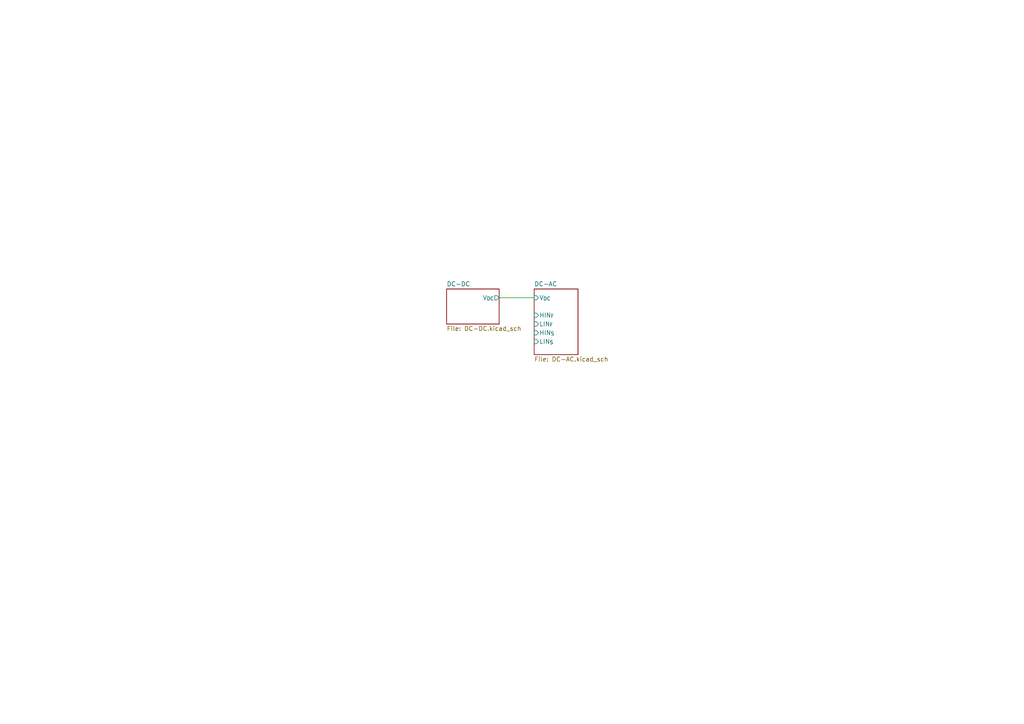
<source format=kicad_sch>
(kicad_sch (version 20230121) (generator eeschema)
  (paper "A4")
  (lib_symbols)
  (wire (pts (xy 144.78 86.36) (xy 154.94 86.36)))
  (sheet (at 154.94 83.82) (size 12.7 19.05) (stroke (width 0.1524))
    (property "Sheetname" "DC-AC" (at 154.94 83.1084 0) (effects (justify left bottom)))
    (property "Sheetfile" "DC-AC.kicad_sch" (at 154.94 103.4546 0) (effects (justify left top)))
    (pin "V_{DC}" input (at 154.94 86.36 180))
    (pin "LIN_{S}" input (at 154.94 99.06 180))
    (pin "HIN_{S}" input (at 154.94 96.52 180))
    (pin "HIN_{F}" input (at 154.94 91.44 180))
    (pin "LIN_{F}" input (at 154.94 93.98 180))
  )
  (sheet (at 129.54 83.82) (size 15.24 10.16) (stroke (width 0.1524))
    (property "Sheetname" "DC-DC" (at 129.54 83.1084 0) (effects (justify left bottom)))
    (property "Sheetfile" "DC-DC.kicad_sch" (at 129.54 94.5646 0) (effects (justify left top)))
    (pin "V_{DC}" output (at 144.78 86.36 0))
  )
)
</source>
